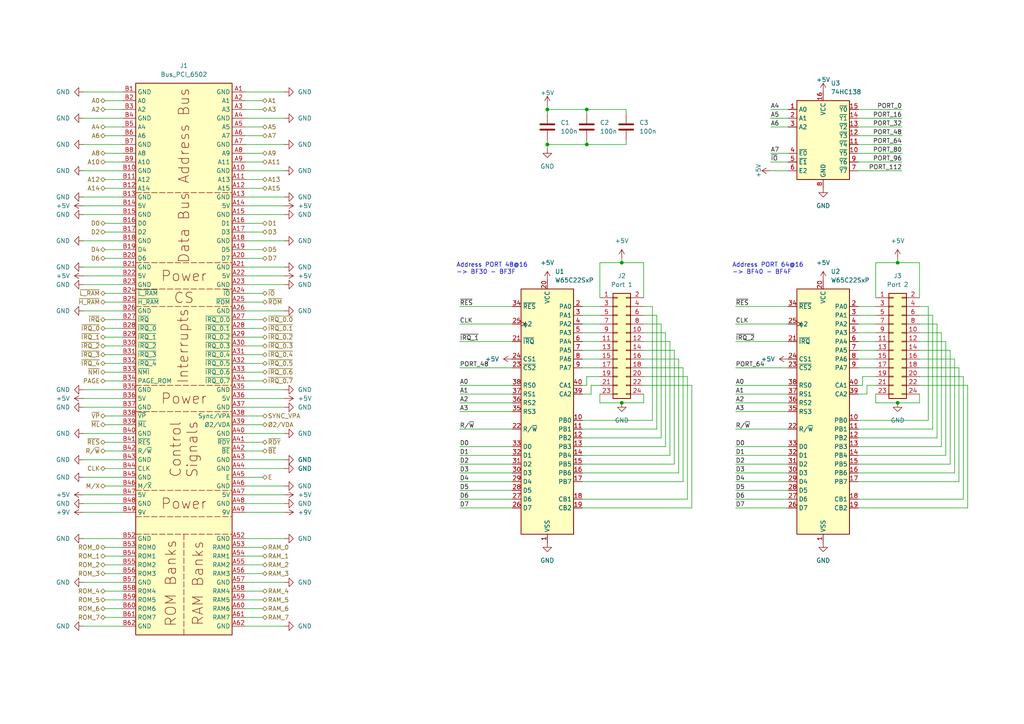
<source format=kicad_sch>
(kicad_sch (version 20231120) (generator "eeschema") (generator_version "8.0")
  (paper "A4")
  (junction (at 158.75 41.91))
  (junction (at 170.18 31.75))
  (junction (at 260.35 116.84))
  (junction (at 158.75 31.75))
  (junction (at 170.18 41.91))
  (junction (at 260.35 76.2))
  (junction (at 180.34 76.2))
  (junction (at 180.34 116.84))
  (wire (pts (xy 279.4 109.22) (xy 266.7 109.22)))
  (wire (pts (xy 82.55 26.67) (xy 71.12 26.67)))
  (wire (pts (xy 82.55 80.01) (xy 71.12 80.01)))
  (wire (pts (xy 24.13 113.03) (xy 35.56 113.03)))
  (wire (pts (xy 76.2 92.71) (xy 71.12 92.71)))
  (wire (pts (xy 24.13 181.61) (xy 35.56 181.61)))
  (wire (pts (xy 76.2 171.45) (xy 71.12 171.45)))
  (wire (pts (xy 30.48 52.07) (xy 35.56 52.07)))
  (wire (pts (xy 158.75 40.64) (xy 158.75 41.91)))
  (wire (pts (xy 213.36 139.7) (xy 228.6 139.7)))
  (wire (pts (xy 193.04 96.52) (xy 186.69 96.52)))
  (wire (pts (xy 76.2 105.41) (xy 71.12 105.41)))
  (wire (pts (xy 30.48 110.49) (xy 35.56 110.49)))
  (wire (pts (xy 170.18 40.64) (xy 170.18 41.91)))
  (wire (pts (xy 181.61 31.75) (xy 170.18 31.75)))
  (wire (pts (xy 24.13 77.47) (xy 35.56 77.47)))
  (wire (pts (xy 223.52 34.29) (xy 228.6 34.29)))
  (wire (pts (xy 82.55 41.91) (xy 71.12 41.91)))
  (wire (pts (xy 223.52 44.45) (xy 228.6 44.45)))
  (wire (pts (xy 186.69 76.2) (xy 186.69 86.36)))
  (wire (pts (xy 82.55 34.29) (xy 71.12 34.29)))
  (wire (pts (xy 180.34 116.84) (xy 173.99 116.84)))
  (wire (pts (xy 82.55 113.03) (xy 71.12 113.03)))
  (wire (pts (xy 24.13 80.01) (xy 35.56 80.01)))
  (wire (pts (xy 180.34 116.84) (xy 186.69 116.84)))
  (wire (pts (xy 133.35 111.76) (xy 148.59 111.76)))
  (wire (pts (xy 30.48 97.79) (xy 35.56 97.79)))
  (wire (pts (xy 24.13 57.15) (xy 35.56 57.15)))
  (wire (pts (xy 251.46 111.76) (xy 251.46 114.3)))
  (wire (pts (xy 194.31 99.06) (xy 186.69 99.06)))
  (wire (pts (xy 190.5 124.46) (xy 190.5 91.44)))
  (wire (pts (xy 199.39 109.22) (xy 186.69 109.22)))
  (wire (pts (xy 30.48 95.25) (xy 35.56 95.25)))
  (wire (pts (xy 76.2 163.83) (xy 71.12 163.83)))
  (wire (pts (xy 213.36 88.9) (xy 228.6 88.9)))
  (wire (pts (xy 76.2 176.53) (xy 71.12 176.53)))
  (wire (pts (xy 269.24 88.9) (xy 266.7 88.9)))
  (wire (pts (xy 30.48 105.41) (xy 35.56 105.41)))
  (wire (pts (xy 30.48 102.87) (xy 35.56 102.87)))
  (wire (pts (xy 76.2 44.45) (xy 71.12 44.45)))
  (wire (pts (xy 213.36 106.68) (xy 228.6 106.68)))
  (wire (pts (xy 273.05 129.54) (xy 273.05 96.52)))
  (wire (pts (xy 24.13 49.53) (xy 35.56 49.53)))
  (wire (pts (xy 213.36 119.38) (xy 228.6 119.38)))
  (wire (pts (xy 170.18 31.75) (xy 158.75 31.75)))
  (wire (pts (xy 30.48 166.37) (xy 35.56 166.37)))
  (wire (pts (xy 196.85 137.16) (xy 196.85 104.14)))
  (wire (pts (xy 213.36 132.08) (xy 228.6 132.08)))
  (wire (pts (xy 76.2 46.99) (xy 71.12 46.99)))
  (wire (pts (xy 213.36 137.16) (xy 228.6 137.16)))
  (wire (pts (xy 24.13 133.35) (xy 35.56 133.35)))
  (wire (pts (xy 24.13 168.91) (xy 35.56 168.91)))
  (wire (pts (xy 133.35 114.3) (xy 148.59 114.3)))
  (wire (pts (xy 76.2 110.49) (xy 71.12 110.49)))
  (wire (pts (xy 133.35 88.9) (xy 148.59 88.9)))
  (wire (pts (xy 261.62 34.29) (xy 248.92 34.29)))
  (wire (pts (xy 181.61 41.91) (xy 170.18 41.91)))
  (wire (pts (xy 194.31 132.08) (xy 194.31 99.06)))
  (wire (pts (xy 76.2 173.99) (xy 71.12 173.99)))
  (wire (pts (xy 181.61 40.64) (xy 181.61 41.91)))
  (wire (pts (xy 133.35 137.16) (xy 148.59 137.16)))
  (wire (pts (xy 170.18 111.76) (xy 170.18 109.22)))
  (wire (pts (xy 82.55 156.21) (xy 71.12 156.21)))
  (wire (pts (xy 173.99 76.2) (xy 173.99 86.36)))
  (wire (pts (xy 24.13 90.17) (xy 35.56 90.17)))
  (wire (pts (xy 76.2 120.65) (xy 71.12 120.65)))
  (wire (pts (xy 30.48 140.97) (xy 35.56 140.97)))
  (wire (pts (xy 248.92 88.9) (xy 254 88.9)))
  (wire (pts (xy 82.55 148.59) (xy 71.12 148.59)))
  (wire (pts (xy 251.46 114.3) (xy 248.92 114.3)))
  (wire (pts (xy 180.34 74.93) (xy 180.34 76.2)))
  (wire (pts (xy 248.92 132.08) (xy 274.32 132.08)))
  (wire (pts (xy 271.78 127) (xy 271.78 93.98)))
  (wire (pts (xy 30.48 31.75) (xy 35.56 31.75)))
  (wire (pts (xy 168.91 127) (xy 191.77 127)))
  (wire (pts (xy 76.2 107.95) (xy 71.12 107.95)))
  (wire (pts (xy 24.13 148.59) (xy 35.56 148.59)))
  (wire (pts (xy 261.62 49.53) (xy 248.92 49.53)))
  (wire (pts (xy 24.13 26.67) (xy 35.56 26.67)))
  (wire (pts (xy 260.35 76.2) (xy 254 76.2)))
  (wire (pts (xy 133.35 93.98) (xy 148.59 93.98)))
  (wire (pts (xy 171.45 114.3) (xy 168.91 114.3)))
  (wire (pts (xy 133.35 116.84) (xy 148.59 116.84)))
  (wire (pts (xy 30.48 100.33) (xy 35.56 100.33)))
  (wire (pts (xy 24.13 125.73) (xy 35.56 125.73)))
  (wire (pts (xy 223.52 49.53) (xy 228.6 49.53)))
  (wire (pts (xy 248.92 96.52) (xy 254 96.52)))
  (wire (pts (xy 24.13 156.21) (xy 35.56 156.21)))
  (wire (pts (xy 271.78 93.98) (xy 266.7 93.98)))
  (wire (pts (xy 168.91 111.76) (xy 170.18 111.76)))
  (wire (pts (xy 254 111.76) (xy 251.46 111.76)))
  (wire (pts (xy 168.91 106.68) (xy 173.99 106.68)))
  (wire (pts (xy 30.48 179.07) (xy 35.56 179.07)))
  (wire (pts (xy 266.7 76.2) (xy 266.7 86.36)))
  (wire (pts (xy 266.7 116.84) (xy 266.7 114.3)))
  (wire (pts (xy 198.12 139.7) (xy 198.12 106.68)))
  (wire (pts (xy 76.2 74.93) (xy 71.12 74.93)))
  (wire (pts (xy 254 116.84) (xy 254 114.3)))
  (wire (pts (xy 213.36 111.76) (xy 228.6 111.76)))
  (wire (pts (xy 82.55 133.35) (xy 71.12 133.35)))
  (wire (pts (xy 270.51 91.44) (xy 266.7 91.44)))
  (wire (pts (xy 30.48 85.09) (xy 35.56 85.09)))
  (wire (pts (xy 30.48 120.65) (xy 35.56 120.65)))
  (wire (pts (xy 30.48 163.83) (xy 35.56 163.83)))
  (wire (pts (xy 24.13 146.05) (xy 35.56 146.05)))
  (wire (pts (xy 170.18 33.02) (xy 170.18 31.75)))
  (wire (pts (xy 30.48 173.99) (xy 35.56 173.99)))
  (wire (pts (xy 168.91 132.08) (xy 194.31 132.08)))
  (wire (pts (xy 248.92 127) (xy 271.78 127)))
  (wire (pts (xy 133.35 106.68) (xy 148.59 106.68)))
  (wire (pts (xy 213.36 93.98) (xy 228.6 93.98)))
  (wire (pts (xy 189.23 121.92) (xy 189.23 88.9)))
  (wire (pts (xy 24.13 59.69) (xy 35.56 59.69)))
  (wire (pts (xy 171.45 111.76) (xy 171.45 114.3)))
  (wire (pts (xy 76.2 95.25) (xy 71.12 95.25)))
  (wire (pts (xy 133.35 99.06) (xy 148.59 99.06)))
  (wire (pts (xy 213.36 116.84) (xy 228.6 116.84)))
  (wire (pts (xy 30.48 67.31) (xy 35.56 67.31)))
  (wire (pts (xy 213.36 99.06) (xy 228.6 99.06)))
  (wire (pts (xy 223.52 31.75) (xy 228.6 31.75)))
  (wire (pts (xy 274.32 132.08) (xy 274.32 99.06)))
  (wire (pts (xy 250.19 111.76) (xy 250.19 109.22)))
  (wire (pts (xy 280.67 147.32) (xy 280.67 111.76)))
  (wire (pts (xy 223.52 36.83) (xy 228.6 36.83)))
  (wire (pts (xy 82.55 59.69) (xy 71.12 59.69)))
  (wire (pts (xy 24.13 69.85) (xy 35.56 69.85)))
  (wire (pts (xy 30.48 36.83) (xy 35.56 36.83)))
  (wire (pts (xy 82.55 125.73) (xy 71.12 125.73)))
  (wire (pts (xy 278.13 139.7) (xy 278.13 106.68)))
  (wire (pts (xy 275.59 134.62) (xy 275.59 101.6)))
  (wire (pts (xy 76.2 179.07) (xy 71.12 179.07)))
  (wire (pts (xy 248.92 93.98) (xy 254 93.98)))
  (wire (pts (xy 191.77 127) (xy 191.77 93.98)))
  (wire (pts (xy 276.86 137.16) (xy 276.86 104.14)))
  (wire (pts (xy 82.55 90.17) (xy 71.12 90.17)))
  (wire (pts (xy 213.36 114.3) (xy 228.6 114.3)))
  (wire (pts (xy 168.91 93.98) (xy 173.99 93.98)))
  (wire (pts (xy 30.48 44.45) (xy 35.56 44.45)))
  (wire (pts (xy 168.91 134.62) (xy 195.58 134.62)))
  (wire (pts (xy 76.2 100.33) (xy 71.12 100.33)))
  (wire (pts (xy 248.92 134.62) (xy 275.59 134.62)))
  (wire (pts (xy 30.48 54.61) (xy 35.56 54.61)))
  (wire (pts (xy 213.36 129.54) (xy 228.6 129.54)))
  (wire (pts (xy 76.2 123.19) (xy 71.12 123.19)))
  (wire (pts (xy 133.35 142.24) (xy 148.59 142.24)))
  (wire (pts (xy 173.99 116.84) (xy 173.99 114.3)))
  (wire (pts (xy 82.55 181.61) (xy 71.12 181.61)))
  (wire (pts (xy 133.35 139.7) (xy 148.59 139.7)))
  (wire (pts (xy 30.48 161.29) (xy 35.56 161.29)))
  (wire (pts (xy 30.48 171.45) (xy 35.56 171.45)))
  (wire (pts (xy 30.48 130.81) (xy 35.56 130.81)))
  (wire (pts (xy 200.66 147.32) (xy 200.66 111.76)))
  (wire (pts (xy 158.75 41.91) (xy 158.75 43.18)))
  (wire (pts (xy 76.2 54.61) (xy 71.12 54.61)))
  (wire (pts (xy 24.13 41.91) (xy 35.56 41.91)))
  (wire (pts (xy 248.92 99.06) (xy 254 99.06)))
  (wire (pts (xy 82.55 135.89) (xy 71.12 135.89)))
  (wire (pts (xy 261.62 36.83) (xy 248.92 36.83)))
  (wire (pts (xy 248.92 106.68) (xy 254 106.68)))
  (wire (pts (xy 168.91 129.54) (xy 193.04 129.54)))
  (wire (pts (xy 168.91 88.9) (xy 173.99 88.9)))
  (wire (pts (xy 24.13 115.57) (xy 35.56 115.57)))
  (wire (pts (xy 189.23 88.9) (xy 186.69 88.9)))
  (wire (pts (xy 168.91 99.06) (xy 173.99 99.06)))
  (wire (pts (xy 248.92 101.6) (xy 254 101.6)))
  (wire (pts (xy 199.39 144.78) (xy 199.39 109.22)))
  (wire (pts (xy 133.35 144.78) (xy 148.59 144.78)))
  (wire (pts (xy 261.62 39.37) (xy 248.92 39.37)))
  (wire (pts (xy 30.48 46.99) (xy 35.56 46.99)))
  (wire (pts (xy 158.75 30.48) (xy 158.75 31.75)))
  (wire (pts (xy 181.61 33.02) (xy 181.61 31.75)))
  (wire (pts (xy 76.2 138.43) (xy 71.12 138.43)))
  (wire (pts (xy 196.85 104.14) (xy 186.69 104.14)))
  (wire (pts (xy 76.2 85.09) (xy 71.12 85.09)))
  (wire (pts (xy 82.55 115.57) (xy 71.12 115.57)))
  (wire (pts (xy 248.92 144.78) (xy 279.4 144.78)))
  (wire (pts (xy 133.35 119.38) (xy 148.59 119.38)))
  (wire (pts (xy 76.2 161.29) (xy 71.12 161.29)))
  (wire (pts (xy 30.48 128.27) (xy 35.56 128.27)))
  (wire (pts (xy 260.35 116.84) (xy 254 116.84)))
  (wire (pts (xy 30.48 158.75) (xy 35.56 158.75)))
  (wire (pts (xy 275.59 101.6) (xy 266.7 101.6)))
  (wire (pts (xy 269.24 121.92) (xy 269.24 88.9)))
  (wire (pts (xy 76.2 87.63) (xy 71.12 87.63)))
  (wire (pts (xy 24.13 138.43) (xy 35.56 138.43)))
  (wire (pts (xy 261.62 31.75) (xy 248.92 31.75)))
  (wire (pts (xy 82.55 168.91) (xy 71.12 168.91)))
  (wire (pts (xy 24.13 34.29) (xy 35.56 34.29)))
  (wire (pts (xy 82.55 140.97) (xy 71.12 140.97)))
  (wire (pts (xy 30.48 74.93) (xy 35.56 74.93)))
  (wire (pts (xy 133.35 129.54) (xy 148.59 129.54)))
  (wire (pts (xy 82.55 146.05) (xy 71.12 146.05)))
  (wire (pts (xy 279.4 144.78) (xy 279.4 109.22)))
  (wire (pts (xy 248.92 129.54) (xy 273.05 129.54)))
  (wire (pts (xy 76.2 97.79) (xy 71.12 97.79)))
  (wire (pts (xy 24.13 118.11) (xy 35.56 118.11)))
  (wire (pts (xy 30.48 64.77) (xy 35.56 64.77)))
  (wire (pts (xy 213.36 144.78) (xy 228.6 144.78)))
  (wire (pts (xy 278.13 106.68) (xy 266.7 106.68)))
  (wire (pts (xy 168.91 104.14) (xy 173.99 104.14)))
  (wire (pts (xy 254 76.2) (xy 254 86.36)))
  (wire (pts (xy 273.05 96.52) (xy 266.7 96.52)))
  (wire (pts (xy 30.48 29.21) (xy 35.56 29.21)))
  (wire (pts (xy 76.2 29.21) (xy 71.12 29.21)))
  (wire (pts (xy 30.48 123.19) (xy 35.56 123.19)))
  (wire (pts (xy 82.55 77.47) (xy 71.12 77.47)))
  (wire (pts (xy 76.2 130.81) (xy 71.12 130.81)))
  (wire (pts (xy 168.91 121.92) (xy 189.23 121.92)))
  (wire (pts (xy 158.75 31.75) (xy 158.75 33.02)))
  (wire (pts (xy 24.13 82.55) (xy 35.56 82.55)))
  (wire (pts (xy 180.34 76.2) (xy 186.69 76.2)))
  (wire (pts (xy 30.48 135.89) (xy 35.56 135.89)))
  (wire (pts (xy 30.48 176.53) (xy 35.56 176.53)))
  (wire (pts (xy 76.2 64.77) (xy 71.12 64.77)))
  (wire (pts (xy 248.92 124.46) (xy 270.51 124.46)))
  (wire (pts (xy 76.2 158.75) (xy 71.12 158.75)))
  (wire (pts (xy 260.35 116.84) (xy 266.7 116.84)))
  (wire (pts (xy 198.12 106.68) (xy 186.69 106.68)))
  (wire (pts (xy 168.91 144.78) (xy 199.39 144.78)))
  (wire (pts (xy 261.62 44.45) (xy 248.92 44.45)))
  (wire (pts (xy 248.92 139.7) (xy 278.13 139.7)))
  (wire (pts (xy 24.13 62.23) (xy 35.56 62.23)))
  (wire (pts (xy 76.2 72.39) (xy 71.12 72.39)))
  (wire (pts (xy 76.2 67.31) (xy 71.12 67.31)))
  (wire (pts (xy 76.2 166.37) (xy 71.12 166.37)))
  (wire (pts (xy 82.55 143.51) (xy 71.12 143.51)))
  (wire (pts (xy 82.55 82.55) (xy 71.12 82.55)))
  (wire (pts (xy 223.52 46.99) (xy 228.6 46.99)))
  (wire (pts (xy 213.36 124.46) (xy 228.6 124.46)))
  (wire (pts (xy 82.55 62.23) (xy 71.12 62.23)))
  (wire (pts (xy 248.92 137.16) (xy 276.86 137.16)))
  (wire (pts (xy 30.48 107.95) (xy 35.56 107.95)))
  (wire (pts (xy 30.48 39.37) (xy 35.56 39.37)))
  (wire (pts (xy 190.5 91.44) (xy 186.69 91.44)))
  (wire (pts (xy 24.13 143.51) (xy 35.56 143.51)))
  (wire (pts (xy 133.35 147.32) (xy 148.59 147.32)))
  (wire (pts (xy 76.2 128.27) (xy 71.12 128.27)))
  (wire (pts (xy 76.2 102.87) (xy 71.12 102.87)))
  (wire (pts (xy 250.19 109.22) (xy 254 109.22)))
  (wire (pts (xy 195.58 134.62) (xy 195.58 101.6)))
  (wire (pts (xy 30.48 87.63) (xy 35.56 87.63)))
  (wire (pts (xy 280.67 111.76) (xy 266.7 111.76)))
  (wire (pts (xy 168.91 96.52) (xy 173.99 96.52)))
  (wire (pts (xy 248.92 121.92) (xy 269.24 121.92)))
  (wire (pts (xy 180.34 76.2) (xy 173.99 76.2)))
  (wire (pts (xy 173.99 111.76) (xy 171.45 111.76)))
  (wire (pts (xy 213.36 134.62) (xy 228.6 134.62)))
  (wire (pts (xy 82.55 69.85) (xy 71.12 69.85)))
  (wire (pts (xy 133.35 134.62) (xy 148.59 134.62)))
  (wire (pts (xy 76.2 39.37) (xy 71.12 39.37)))
  (wire (pts (xy 261.62 46.99) (xy 248.92 46.99)))
  (wire (pts (xy 193.04 129.54) (xy 193.04 96.52)))
  (wire (pts (xy 76.2 52.07) (xy 71.12 52.07)))
  (wire (pts (xy 168.91 124.46) (xy 190.5 124.46)))
  (wire (pts (xy 168.91 147.32) (xy 200.66 147.32)))
  (wire (pts (xy 168.91 137.16) (xy 196.85 137.16)))
  (wire (pts (xy 213.36 142.24) (xy 228.6 142.24)))
  (wire (pts (xy 248.92 147.32) (xy 280.67 147.32)))
  (wire (pts (xy 261.62 41.91) (xy 248.92 41.91)))
  (wire (pts (xy 170.18 41.91) (xy 158.75 41.91)))
  (wire (pts (xy 186.69 116.84) (xy 186.69 114.3)))
  (wire (pts (xy 170.18 109.22) (xy 173.99 109.22)))
  (wire (pts (xy 82.55 118.11) (xy 71.12 118.11)))
  (wire (pts (xy 30.48 92.71) (xy 35.56 92.71)))
  (wire (pts (xy 248.92 104.14) (xy 254 104.14)))
  (wire (pts (xy 168.91 139.7) (xy 198.12 139.7)))
  (wire (pts (xy 274.32 99.06) (xy 266.7 99.06)))
  (wire (pts (xy 82.55 57.15) (xy 71.12 57.15)))
  (wire (pts (xy 168.91 91.44) (xy 173.99 91.44)))
  (wire (pts (xy 260.35 74.93) (xy 260.35 76.2)))
  (wire (pts (xy 133.35 124.46) (xy 148.59 124.46)))
  (wire (pts (xy 270.51 124.46) (xy 270.51 91.44)))
  (wire (pts (xy 276.86 104.14) (xy 266.7 104.14)))
  (wire (pts (xy 195.58 101.6) (xy 186.69 101.6)))
  (wire (pts (xy 82.55 49.53) (xy 71.12 49.53)))
  (wire (pts (xy 133.35 132.08) (xy 148.59 132.08)))
  (wire (pts (xy 76.2 31.75) (xy 71.12 31.75)))
  (wire (pts (xy 191.77 93.98) (xy 186.69 93.98)))
  (wire (pts (xy 30.48 72.39) (xy 35.56 72.39)))
  (wire (pts (xy 213.36 147.32) (xy 228.6 147.32)))
  (wire (pts (xy 76.2 36.83) (xy 71.12 36.83)))
  (wire (pts (xy 260.35 76.2) (xy 266.7 76.2)))
  (wire (pts (xy 248.92 111.76) (xy 250.19 111.76)))
  (wire (pts (xy 168.91 101.6) (xy 173.99 101.6)))
  (wire (pts (xy 248.92 91.44) (xy 254 91.44)))
  (wire (pts (xy 200.66 111.76) (xy 186.69 111.76)))
  (text "Address PORT 64@16 \n-> BF40 - BF4F" (at 212.344 77.978 0) (effects (font (size 1.27 1.27)) (justify left)))
  (text "Address PORT 48@16 \n-> BF30 - BF3F" (at 132.334 77.978 0) (effects (font (size 1.27 1.27)) (justify left)))
  (label "R{slash}~{W}" (at 133.35 124.46 0))
  (label "D0" (at 213.36 129.54 0))
  (label "~{IRQ_2}" (at 213.36 99.06 0))
  (label "CLK" (at 213.36 93.98 0))
  (label "A0" (at 133.35 111.76 0))
  (label "A2" (at 213.36 116.84 0))
  (label "D3" (at 133.35 137.16 0))
  (label "PORT_32" (at 261.62 36.83 180))
  (label "R{slash}~{W}" (at 213.36 124.46 0))
  (label "D5" (at 213.36 142.24 0))
  (label "PORT_80" (at 261.62 44.45 180))
  (label "D5" (at 133.35 142.24 0))
  (label "A5" (at 223.52 34.29 0))
  (label "A6" (at 223.52 36.83 0))
  (label "~{RES}" (at 213.36 88.9 0))
  (label "A4" (at 223.52 31.75 0))
  (label "A0" (at 213.36 111.76 0))
  (label "A2" (at 133.35 116.84 0))
  (label "D6" (at 133.35 144.78 0))
  (label "PORT_48" (at 261.62 39.37 180))
  (label "PORT_0" (at 261.62 31.75 180))
  (label "D7" (at 133.35 147.32 0))
  (label "D4" (at 133.35 139.7 0))
  (label "CLK" (at 133.35 93.98 0))
  (label "~{IRQ_1}" (at 133.35 99.06 0))
  (label "D1" (at 133.35 132.08 0))
  (label "D0" (at 133.35 129.54 0))
  (label "A1" (at 213.36 114.3 0))
  (label "A7" (at 223.52 44.45 0))
  (label "PORT_48" (at 133.35 106.68 0))
  (label "~{IO}" (at 223.52 46.99 0))
  (label "PORT_16" (at 261.62 34.29 180))
  (label "PORT_64" (at 261.62 41.91 180))
  (label "PORT_96" (at 261.62 46.99 180))
  (label "A3" (at 213.36 119.38 0))
  (label "A1" (at 133.35 114.3 0))
  (label "A3" (at 133.35 119.38 0))
  (label "~{RES}" (at 133.35 88.9 0))
  (label "D6" (at 213.36 144.78 0))
  (label "D4" (at 213.36 139.7 0))
  (label "D2" (at 133.35 134.62 0))
  (label "D2" (at 213.36 134.62 0))
  (label "D3" (at 213.36 137.16 0))
  (label "PORT_64" (at 213.36 106.68 0))
  (label "D7" (at 213.36 147.32 0))
  (label "PORT_112" (at 261.62 49.53 180))
  (label "D1" (at 213.36 132.08 0))
  (hierarchical_label "PAGE" (shape bidirectional) (at 30.48 110.49 180))
  (hierarchical_label "ROM_6" (shape bidirectional) (at 30.48 176.53 180))
  (hierarchical_label "~{IRQ}" (shape bidirectional) (at 30.48 92.71 180))
  (hierarchical_label "SYNC_VPA" (shape bidirectional) (at 76.2 120.65 0))
  (hierarchical_label "D1" (shape bidirectional) (at 76.2 64.77 0))
  (hierarchical_label "RAM_5" (shape bidirectional) (at 76.2 173.99 0))
  (hierarchical_label "~{IRQ_4}" (shape bidirectional) (at 30.48 105.41 180))
  (hierarchical_label "A9" (shape bidirectional) (at 76.2 44.45 0))
  (hierarchical_label "ROM_5" (shape bidirectional) (at 30.48 173.99 180))
  (hierarchical_label "~{IRQ_0.2}" (shape bidirectional) (at 76.2 97.79 0))
  (hierarchical_label "D7" (shape bidirectional) (at 76.2 74.93 0))
  (hierarchical_label "A10" (shape bidirectional) (at 30.48 46.99 180))
  (hierarchical_label "ROM_7" (shape bidirectional) (at 30.48 179.07 180))
  (hierarchical_label "A5" (shape bidirectional) (at 76.2 36.83 0))
  (hierarchical_label "~{NMI}" (shape bidirectional) (at 30.48 107.95 180))
  (hierarchical_label "~{IRQ_3}" (shape bidirectional) (at 30.48 102.87 180))
  (hierarchical_label "A6" (shape bidirectional) (at 30.48 39.37 180))
  (hierarchical_label "A14" (shape bidirectional) (at 30.48 54.61 180))
  (hierarchical_label "D3" (shape bidirectional) (at 76.2 67.31 0))
  (hierarchical_label "A4" (shape bidirectional) (at 30.48 36.83 180))
  (hierarchical_label "A15" (shape bidirectional) (at 76.2 54.61 0))
  (hierarchical_label "D6" (shape bidirectional) (at 30.48 74.93 180))
  (hierarchical_label "E" (shape bidirectional) (at 76.2 138.43 0))
  (hierarchical_label "RAM_2" (shape bidirectional) (at 76.2 163.83 0))
  (hierarchical_label "~{VP}" (shape bidirectional) (at 30.48 120.65 180))
  (hierarchical_label "ROM_1" (shape bidirectional) (at 30.48 161.29 180))
  (hierarchical_label "~{RES}" (shape bidirectional) (at 30.48 128.27 180))
  (hierarchical_label "~{H_RAM}" (shape bidirectional) (at 30.48 87.63 180))
  (hierarchical_label "~{IRQ_0.3}" (shape bidirectional) (at 76.2 100.33 0))
  (hierarchical_label "A3" (shape bidirectional) (at 76.2 31.75 0))
  (hierarchical_label "M{slash}X" (shape bidirectional) (at 30.48 140.97 180))
  (hierarchical_label "A11" (shape bidirectional) (at 76.2 46.99 0))
  (hierarchical_label "RAM_6" (shape bidirectional) (at 76.2 176.53 0))
  (hierarchical_label "A8" (shape bidirectional) (at 30.48 44.45 180))
  (hierarchical_label "~{IRQ_0}" (shape bidirectional) (at 30.48 95.25 180))
  (hierarchical_label "R{slash}~{W}" (shape bidirectional) (at 30.48 130.81 180))
  (hierarchical_label "~{IRQ_0.1}" (shape bidirectional) (at 76.2 95.25 0))
  (hierarchical_label "RAM_7" (shape bidirectional) (at 76.2 179.07 0))
  (hierarchical_label "CLK" (shape bidirectional) (at 30.48 135.89 180))
  (hierarchical_label "A2" (shape bidirectional) (at 30.48 31.75 180))
  (hierarchical_label "D4" (shape bidirectional) (at 30.48 72.39 180))
  (hierarchical_label "A0" (shape bidirectional) (at 30.48 29.21 180))
  (hierarchical_label "~{ROM}" (shape bidirectional) (at 76.2 87.63 0))
  (hierarchical_label "~{IRQ_0.7}" (shape bidirectional) (at 76.2 110.49 0))
  (hierarchical_label "RAM_0" (shape bidirectional) (at 76.2 158.75 0))
  (hierarchical_label "ROM_2" (shape bidirectional) (at 30.48 163.83 180))
  (hierarchical_label "~{IRQ_0.6}" (shape bidirectional) (at 76.2 107.95 0))
  (hierarchical_label "A12" (shape bidirectional) (at 30.48 52.07 180))
  (hierarchical_label "ROM_4" (shape bidirectional) (at 30.48 171.45 180))
  (hierarchical_label "D5" (shape bidirectional) (at 76.2 72.39 0))
  (hierarchical_label "A1" (shape bidirectional) (at 76.2 29.21 0))
  (hierarchical_label "RAM_4" (shape bidirectional) (at 76.2 171.45 0))
  (hierarchical_label "~{IO}" (shape bidirectional) (at 76.2 85.09 0))
  (hierarchical_label "D2" (shape bidirectional) (at 30.48 67.31 180))
  (hierarchical_label "D0" (shape bidirectional) (at 30.48 64.77 180))
  (hierarchical_label "~{IRQ_0.5}" (shape bidirectional) (at 76.2 105.41 0))
  (hierarchical_label "RAM_3" (shape bidirectional) (at 76.2 166.37 0))
  (hierarchical_label "~{RDY}" (shape bidirectional) (at 76.2 128.27 0))
  (hierarchical_label "~{IRQ_0.4}" (shape bidirectional) (at 76.2 102.87 0))
  (hierarchical_label "ROM_0" (shape bidirectional) (at 30.48 158.75 180))
  (hierarchical_label "A13" (shape bidirectional) (at 76.2 52.07 0))
  (hierarchical_label "RAM_1" (shape bidirectional) (at 76.2 161.29 0))
  (hierarchical_label "A7" (shape bidirectional) (at 76.2 39.37 0))
  (hierarchical_label "~{BE}" (shape bidirectional) (at 76.2 130.81 0))
  (hierarchical_label "ROM_3" (shape bidirectional) (at 30.48 166.37 180))
  (hierarchical_label "~{IRQ_1}" (shape bidirectional) (at 30.48 97.79 180))
  (hierarchical_label "~{ML}" (shape bidirectional) (at 30.48 123.19 180))
  (hierarchical_label "~{L_RAM}" (shape bidirectional) (at 30.48 85.09 180))
  (hierarchical_label "~{IRQ_2}" (shape bidirectional) (at 30.48 100.33 180))
  (hierarchical_label "Ø2{slash}VDA" (shape bidirectional) (at 76.2 123.19 0))
  (hierarchical_label "~{IRQ_0.0}" (shape bidirectional) (at 76.2 92.71 0))
  (symbol (lib_id "6502:Bus_PCI_6502") (at 53.34 102.87 0) (unit 1)
    (property "Reference" "J1" (at 53.34 19.05 0))
    (property "Value" "Bus_PCI_6502" (at 53.34 21.59 0))
    (property "Footprint" "Connector_PCBEdge:BUS_PCI" (effects (hide yes)))
    (property "Datasheet" "http://pinouts.ru/Slots/PCI_pinout.shtml" (effects (hide yes)))
    (property "Description" "PCI bus connector for 5V cards" (effects (hide yes)))
  )
  (symbol (lib_id "power:+5V") (at 24.13 80.01 90) (unit 1)
    (property "Reference" "#PWR010" (effects (hide yes)))
    (property "Value" "+5V" (at 20.32 80.0099 90) (effects (justify left)))
    (property "Description" "Power symbol creates a global label with name \"+5V\"" (effects (hide yes)))
  )
  (symbol (lib_id "power:GND") (at 24.13 156.21 270) (unit 1)
    (property "Reference" "#PWR022" (effects (hide yes)))
    (property "Value" "GND" (at 20.32 156.2099 90) (effects (justify right)))
    (property "Description" "Power symbol creates a global label with name \"GND\" , ground" (effects (hide yes)))
  )
  (symbol (lib_id "power:GND") (at 24.13 69.85 270) (unit 1)
    (property "Reference" "#PWR08" (effects (hide yes)))
    (property "Value" "GND" (at 20.32 69.8499 90) (effects (justify right)))
    (property "Description" "Power symbol creates a global label with name \"GND\" , ground" (effects (hide yes)))
  )
  (symbol (lib_id "power:GND") (at 82.55 181.61 90) (unit 1)
    (property "Reference" "#PWR049" (effects (hide yes)))
    (property "Value" "GND" (at 86.36 181.6101 90) (effects (justify right)))
    (property "Description" "Power symbol creates a global label with name \"GND\" , ground" (effects (hide yes)))
  )
  (symbol (lib_id "Device:C") (at 158.75 36.83 0) (unit 1)
    (property "Reference" "C1" (at 162.56 35.5599 0) (effects (justify left)))
    (property "Value" "100n" (at 162.56 38.0999 0) (effects (justify left)))
    (property "Footprint" "Capacitor_SMD:C_0805_2012Metric" (effects (hide yes)))
    (property "Description" "Unpolarized capacitor" (effects (hide yes)))
  )
  (symbol (lib_id "power:GND") (at 238.76 157.48 0) (unit 1)
    (property "Reference" "#PWR059" (effects (hide yes)))
    (property "Value" "GND" (at 238.76 162.56 0))
    (property "Description" "Power symbol creates a global label with name \"GND\" , ground" (effects (hide yes)))
  )
  (symbol (lib_id "power:GND") (at 24.13 26.67 270) (unit 1)
    (property "Reference" "#PWR01" (effects (hide yes)))
    (property "Value" "GND" (at 20.32 26.6699 90) (effects (justify right)))
    (property "Description" "Power symbol creates a global label with name \"GND\" , ground" (effects (hide yes)))
  )
  (symbol (lib_id "power:GND") (at 24.13 62.23 270) (unit 1)
    (property "Reference" "#PWR07" (effects (hide yes)))
    (property "Value" "GND" (at 20.32 62.2299 90) (effects (justify right)))
    (property "Description" "Power symbol creates a global label with name \"GND\" , ground" (effects (hide yes)))
  )
  (symbol (lib_id "power:GND") (at 238.76 54.61 0) (mirror y) (unit 1)
    (property "Reference" "#PWR065" (effects (hide yes)))
    (property "Value" "GND" (at 238.76 59.69 0))
    (property "Description" "Power symbol creates a global label with name \"GND\" , ground" (effects (hide yes)))
  )
  (symbol (lib_id "power:GND") (at 82.55 113.03 90) (mirror x) (unit 1)
    (property "Reference" "#PWR037" (effects (hide yes)))
    (property "Value" "GND" (at 86.36 113.0299 90) (effects (justify right)))
    (property "Description" "Power symbol creates a global label with name \"GND\" , ground" (effects (hide yes)))
  )
  (symbol (lib_id "power:+5V") (at 238.76 26.67 0) (mirror y) (unit 1)
    (property "Reference" "#PWR064" (effects (hide yes)))
    (property "Value" "+5V" (at 238.76 23.114 0))
    (property "Description" "Power symbol creates a global label with name \"+5V\"" (effects (hide yes)))
  )
  (symbol (lib_id "power:+5V") (at 238.76 81.28 0) (unit 1)
    (property "Reference" "#PWR058" (effects (hide yes)))
    (property "Value" "+5V" (at 238.76 76.2 0))
    (property "Description" "Power symbol creates a global label with name \"+5V\"" (effects (hide yes)))
  )
  (symbol (lib_id "power:+5V") (at 223.52 49.53 90) (mirror x) (unit 1)
    (property "Reference" "#PWR066" (effects (hide yes)))
    (property "Value" "+5V" (at 219.964 49.53 0))
    (property "Description" "Power symbol creates a global label with name \"+5V\"" (effects (hide yes)))
  )
  (symbol (lib_id "power:GND") (at 24.13 82.55 270) (unit 1)
    (property "Reference" "#PWR011" (effects (hide yes)))
    (property "Value" "GND" (at 20.32 82.5499 90) (effects (justify right)))
    (property "Description" "Power symbol creates a global label with name \"GND\" , ground" (effects (hide yes)))
  )
  (symbol (lib_id "power:GND") (at 24.13 57.15 270) (unit 1)
    (property "Reference" "#PWR05" (effects (hide yes)))
    (property "Value" "GND" (at 20.32 57.1499 90) (effects (justify right)))
    (property "Description" "Power symbol creates a global label with name \"GND\" , ground" (effects (hide yes)))
  )
  (symbol (lib_id "power:GND") (at 82.55 34.29 90) (mirror x) (unit 1)
    (property "Reference" "#PWR026" (effects (hide yes)))
    (property "Value" "GND" (at 86.36 34.2899 90) (effects (justify right)))
    (property "Description" "Power symbol creates a global label with name \"GND\" , ground" (effects (hide yes)))
  )
  (symbol (lib_id "power:GND") (at 82.55 77.47 90) (mirror x) (unit 1)
    (property "Reference" "#PWR033" (effects (hide yes)))
    (property "Value" "GND" (at 86.36 77.4699 90) (effects (justify right)))
    (property "Description" "Power symbol creates a global label with name \"GND\" , ground" (effects (hide yes)))
  )
  (symbol (lib_id "power:GND") (at 260.35 116.84 0) (unit 1)
    (property "Reference" "#PWR056" (effects (hide yes)))
    (property "Value" "GND" (at 260.35 121.92 0))
    (property "Description" "Power symbol creates a global label with name \"GND\" , ground" (effects (hide yes)))
  )
  (symbol (lib_id "power:GND") (at 82.55 168.91 90) (unit 1)
    (property "Reference" "#PWR048" (effects (hide yes)))
    (property "Value" "GND" (at 86.36 168.9101 90) (effects (justify right)))
    (property "Description" "Power symbol creates a global label with name \"GND\" , ground" (effects (hide yes)))
  )
  (symbol (lib_id "power:+5V") (at 82.55 143.51 270) (mirror x) (unit 1)
    (property "Reference" "#PWR044" (effects (hide yes)))
    (property "Value" "+5V" (at 86.36 143.5099 90) (effects (justify left)))
    (property "Description" "Power symbol creates a global label with name \"+5V\"" (effects (hide yes)))
  )
  (symbol (lib_id "power:+5V") (at 24.13 143.51 90) (unit 1)
    (property "Reference" "#PWR019" (effects (hide yes)))
    (property "Value" "+5V" (at 20.32 143.5099 90) (effects (justify left)))
    (property "Description" "Power symbol creates a global label with name \"+5V\"" (effects (hide yes)))
  )
  (symbol (lib_id "power:GND") (at 24.13 90.17 270) (unit 1)
    (property "Reference" "#PWR012" (effects (hide yes)))
    (property "Value" "GND" (at 20.32 90.1699 90) (effects (justify right)))
    (property "Description" "Power symbol creates a global label with name \"GND\" , ground" (effects (hide yes)))
  )
  (symbol (lib_id "power:+5V") (at 148.59 104.14 90) (unit 1)
    (property "Reference" "#PWR050" (effects (hide yes)))
    (property "Value" "+5V" (at 144.78 104.1399 90) (effects (justify left)))
    (property "Description" "Power symbol creates a global label with name \"+5V\"" (effects (hide yes)))
  )
  (symbol (lib_id "Device:C") (at 181.61 36.83 0) (unit 1)
    (property "Reference" "C3" (at 185.42 35.5599 0) (effects (justify left)))
    (property "Value" "100n" (at 185.42 38.0999 0) (effects (justify left)))
    (property "Footprint" "Capacitor_SMD:C_0805_2012Metric" (effects (hide yes)))
    (property "Description" "Unpolarized capacitor" (effects (hide yes)))
  )
  (symbol (lib_id "power:GND") (at 24.13 168.91 270) (unit 1)
    (property "Reference" "#PWR023" (effects (hide yes)))
    (property "Value" "GND" (at 20.32 168.9099 90) (effects (justify right)))
    (property "Description" "Power symbol creates a global label with name \"GND\" , ground" (effects (hide yes)))
  )
  (symbol (lib_id "power:GND") (at 82.55 62.23 90) (mirror x) (unit 1)
    (property "Reference" "#PWR031" (effects (hide yes)))
    (property "Value" "GND" (at 86.36 62.2299 90) (effects (justify right)))
    (property "Description" "Power symbol creates a global label with name \"GND\" , ground" (effects (hide yes)))
  )
  (symbol (lib_id "power:GND") (at 24.13 181.61 270) (unit 1)
    (property "Reference" "#PWR024" (effects (hide yes)))
    (property "Value" "GND" (at 20.32 181.6099 90) (effects (justify right)))
    (property "Description" "Power symbol creates a global label with name \"GND\" , ground" (effects (hide yes)))
  )
  (symbol (lib_id "power:GND") (at 158.75 43.18 0) (mirror y) (unit 1)
    (property "Reference" "#PWR061" (effects (hide yes)))
    (property "Value" "GND" (at 158.75 48.26 0))
    (property "Description" "Power symbol creates a global label with name \"GND\" , ground" (effects (hide yes)))
  )
  (symbol (lib_id "power:GND") (at 24.13 146.05 270) (unit 1)
    (property "Reference" "#PWR020" (effects (hide yes)))
    (property "Value" "GND" (at 20.32 146.0499 90) (effects (justify right)))
    (property "Description" "Power symbol creates a global label with name \"GND\" , ground" (effects (hide yes)))
  )
  (symbol (lib_id "power:+5V") (at 180.34 74.93 0) (unit 1)
    (property "Reference" "#PWR053" (effects (hide yes)))
    (property "Value" "+5V" (at 180.34 69.85 0))
    (property "Description" "Power symbol creates a global label with name \"+5V\"" (effects (hide yes)))
  )
  (symbol (lib_id "power:GND") (at 24.13 138.43 270) (unit 1)
    (property "Reference" "#PWR018" (effects (hide yes)))
    (property "Value" "GND" (at 20.32 138.4299 90) (effects (justify right)))
    (property "Description" "Power symbol creates a global label with name \"GND\" , ground" (effects (hide yes)))
  )
  (symbol (lib_id "power:GND") (at 82.55 140.97 90) (mirror x) (unit 1)
    (property "Reference" "#PWR043" (effects (hide yes)))
    (property "Value" "GND" (at 86.36 140.9699 90) (effects (justify right)))
    (property "Description" "Power symbol creates a global label with name \"GND\" , ground" (effects (hide yes)))
  )
  (symbol (lib_id "power:+5V") (at 158.75 30.48 0) (mirror y) (unit 1)
    (property "Reference" "#PWR060" (effects (hide yes)))
    (property "Value" "+5V" (at 158.75 26.924 0))
    (property "Description" "Power symbol creates a global label with name \"+5V\"" (effects (hide yes)))
  )
  (symbol (lib_id "power:GND") (at 82.55 125.73 90) (mirror x) (unit 1)
    (property "Reference" "#PWR040" (effects (hide yes)))
    (property "Value" "GND" (at 86.36 125.7299 90) (effects (justify right)))
    (property "Description" "Power symbol creates a global label with name \"GND\" , ground" (effects (hide yes)))
  )
  (symbol (lib_id "power:GND") (at 180.34 116.84 0) (unit 1)
    (property "Reference" "#PWR054" (effects (hide yes)))
    (property "Value" "GND" (at 180.34 121.92 0))
    (property "Description" "Power symbol creates a global label with name \"GND\" , ground" (effects (hide yes)))
  )
  (symbol (lib_id "power:GND") (at 24.13 41.91 270) (unit 1)
    (property "Reference" "#PWR03" (effects (hide yes)))
    (property "Value" "GND" (at 20.32 41.9099 90) (effects (justify right)))
    (property "Description" "Power symbol creates a global label with name \"GND\" , ground" (effects (hide yes)))
  )
  (symbol (lib_id "power:GND") (at 24.13 113.03 270) (unit 1)
    (property "Reference" "#PWR013" (effects (hide yes)))
    (property "Value" "GND" (at 20.32 113.0299 90) (effects (justify right)))
    (property "Description" "Power symbol creates a global label with name \"GND\" , ground" (effects (hide yes)))
  )
  (symbol (lib_id "power:GND") (at 24.13 133.35 270) (unit 1)
    (property "Reference" "#PWR017" (effects (hide yes)))
    (property "Value" "GND" (at 20.32 133.3499 90) (effects (justify right)))
    (property "Description" "Power symbol creates a global label with name \"GND\" , ground" (effects (hide yes)))
  )
  (symbol (lib_id "power:GND") (at 82.55 146.05 90) (mirror x) (unit 1)
    (property "Reference" "#PWR045" (effects (hide yes)))
    (property "Value" "GND" (at 86.36 146.0499 90) (effects (justify right)))
    (property "Description" "Power symbol creates a global label with name \"GND\" , ground" (effects (hide yes)))
  )
  (symbol (lib_id "74xx:74HC138") (at 238.76 41.91 0) (unit 1)
    (property "Reference" "U3" (at 240.9541 24.13 0) (effects (justify left)))
    (property "Value" "74HC138" (at 240.9541 26.67 0) (effects (justify left)))
    (property "Footprint" "Package_DIP:DIP-16_W7.62mm_LongPads" (effects (hide yes)))
    (property "Datasheet" "http://www.ti.com/lit/ds/symlink/cd74hc238.pdf" (effects (hide yes)))
    (property "Description" "3-to-8 line decoder/multiplexer inverting, DIP-16/SOIC-16/SSOP-16" (effects (hide yes)))
  )
  (symbol (lib_id "power:+5V") (at 260.35 74.93 0) (unit 1)
    (property "Reference" "#PWR055" (effects (hide yes)))
    (property "Value" "+5V" (at 260.35 69.85 0))
    (property "Description" "Power symbol creates a global label with name \"+5V\"" (effects (hide yes)))
  )
  (symbol (lib_id "power:+9V") (at 24.13 148.59 90) (unit 1)
    (property "Reference" "#PWR021" (effects (hide yes)))
    (property "Value" "+9V" (at 20.32 148.5899 90) (effects (justify left)))
    (property "Description" "Power symbol creates a global label with name \"+9V\"" (effects (hide yes)))
  )
  (symbol (lib_id "power:GND") (at 24.13 34.29 270) (unit 1)
    (property "Reference" "#PWR02" (effects (hide yes)))
    (property "Value" "GND" (at 20.32 34.2899 90) (effects (justify right)))
    (property "Description" "Power symbol creates a global label with name \"GND\" , ground" (effects (hide yes)))
  )
  (symbol (lib_id "power:GND") (at 82.55 26.67 90) (mirror x) (unit 1)
    (property "Reference" "#PWR025" (effects (hide yes)))
    (property "Value" "GND" (at 86.36 26.6699 90) (effects (justify right)))
    (property "Description" "Power symbol creates a global label with name \"GND\" , ground" (effects (hide yes)))
  )
  (symbol (lib_id "Device:C") (at 170.18 36.83 0) (unit 1)
    (property "Reference" "C2" (at 173.99 35.5599 0) (effects (justify left)))
    (property "Value" "100n" (at 173.99 38.0999 0) (effects (justify left)))
    (property "Footprint" "Capacitor_SMD:C_0805_2012Metric" (effects (hide yes)))
    (property "Description" "Unpolarized capacitor" (effects (hide yes)))
  )
  (symbol (lib_id "power:GND") (at 24.13 125.73 270) (unit 1)
    (property "Reference" "#PWR016" (effects (hide yes)))
    (property "Value" "GND" (at 20.32 125.7299 90) (effects (justify right)))
    (property "Description" "Power symbol creates a global label with name \"GND\" , ground" (effects (hide yes)))
  )
  (symbol (lib_id "power:GND") (at 24.13 77.47 270) (unit 1)
    (property "Reference" "#PWR09" (effects (hide yes)))
    (property "Value" "GND" (at 20.32 77.4699 90) (effects (justify right)))
    (property "Description" "Power symbol creates a global label with name \"GND\" , ground" (effects (hide yes)))
  )
  (symbol (lib_id "power:GND") (at 82.55 156.21 90) (unit 1)
    (property "Reference" "#PWR047" (effects (hide yes)))
    (property "Value" "GND" (at 86.36 156.2101 90) (effects (justify right)))
    (property "Description" "Power symbol creates a global label with name \"GND\" , ground" (effects (hide yes)))
  )
  (symbol (lib_id "power:+5V") (at 24.13 59.69 90) (unit 1)
    (property "Reference" "#PWR06" (effects (hide yes)))
    (property "Value" "+5V" (at 20.32 59.6899 90) (effects (justify left)))
    (property "Description" "Power symbol creates a global label with name \"+5V\"" (effects (hide yes)))
  )
  (symbol (lib_id "power:GND") (at 158.75 157.48 0) (unit 1)
    (property "Reference" "#PWR052" (effects (hide yes)))
    (property "Value" "GND" (at 158.75 162.56 0))
    (property "Description" "Power symbol creates a global label with name \"GND\" , ground" (effects (hide yes)))
  )
  (symbol (lib_id "power:GND") (at 82.55 82.55 90) (mirror x) (unit 1)
    (property "Reference" "#PWR035" (effects (hide yes)))
    (property "Value" "GND" (at 86.36 82.5499 90) (effects (justify right)))
    (property "Description" "Power symbol creates a global label with name \"GND\" , ground" (effects (hide yes)))
  )
  (symbol (lib_id "power:GND") (at 82.55 49.53 90) (mirror x) (unit 1)
    (property "Reference" "#PWR028" (effects (hide yes)))
    (property "Value" "GND" (at 86.36 49.5299 90) (effects (justify right)))
    (property "Description" "Power symbol creates a global label with name \"GND\" , ground" (effects (hide yes)))
  )
  (symbol (lib_id "power:GND") (at 82.55 135.89 90) (mirror x) (unit 1)
    (property "Reference" "#PWR042" (effects (hide yes)))
    (property "Value" "GND" (at 86.36 135.8899 90) (effects (justify right)))
    (property "Description" "Power symbol creates a global label with name \"GND\" , ground" (effects (hide yes)))
  )
  (symbol (lib_id "power:GND") (at 82.55 41.91 90) (mirror x) (unit 1)
    (property "Reference" "#PWR027" (effects (hide yes)))
    (property "Value" "GND" (at 86.36 41.9099 90) (effects (justify right)))
    (property "Description" "Power symbol creates a global label with name \"GND\" , ground" (effects (hide yes)))
  )
  (symbol (lib_id "power:GND") (at 82.55 90.17 90) (mirror x) (unit 1)
    (property "Reference" "#PWR036" (effects (hide yes)))
    (property "Value" "GND" (at 86.36 90.1699 90) (effects (justify right)))
    (property "Description" "Power symbol creates a global label with name \"GND\" , ground" (effects (hide yes)))
  )
  (symbol (lib_id "Connector_Generic:Conn_02x12_Odd_Even") (at 259.08 99.06 0) (unit 1)
    (property "Reference" "J3" (at 260.35 80.01 0))
    (property "Value" "Port 2" (at 260.35 82.55 0))
    (property "Footprint" "Eigene:Pin_Header_2x12" (effects (hide yes)))
    (property "Description" "Generic connector, double row, 02x12, odd/even pin numbering scheme (row 1 odd numbers, row 2 even numbers), script generated (kicad-library-utils/schlib/autogen/connector/)" (effects (hide yes)))
  )
  (symbol (lib_id "6502:W65C22SxP") (at 238.76 119.38 0) (unit 1)
    (property "Reference" "U2" (at 240.9541 78.74 0) (effects (justify left)))
    (property "Value" "W65C22SxP" (at 240.9541 81.28 0) (effects (justify left)))
    (property "Footprint" "Package_DIP:DIP-40_W15.24mm" (effects (hide yes)))
    (property "Datasheet" "http://www.westerndesigncenter.com/wdc/documentation/w65c22.pdf" (effects (hide yes)))
    (property "Description" "CMOS Versatile Interface Adapter (VIA), 20-pin I/O, 2 Timer/Counters, DIP-40" (effects (hide yes)))
  )
  (symbol (lib_id "power:+9V") (at 82.55 148.59 270) (mirror x) (unit 1)
    (property "Reference" "#PWR046" (effects (hide yes)))
    (property "Value" "+9V" (at 86.36 148.5899 90) (effects (justify left)))
    (property "Description" "Power symbol creates a global label with name \"+9V\"" (effects (hide yes)))
  )
  (symbol (lib_id "power:GND") (at 82.55 57.15 90) (mirror x) (unit 1)
    (property "Reference" "#PWR029" (effects (hide yes)))
    (property "Value" "GND" (at 86.36 57.1499 90) (effects (justify right)))
    (property "Description" "Power symbol creates a global label with name \"GND\" , ground" (effects (hide yes)))
  )
  (symbol (lib_id "power:GND") (at 24.13 49.53 270) (unit 1)
    (property "Reference" "#PWR04" (effects (hide yes)))
    (property "Value" "GND" (at 20.32 49.5299 90) (effects (justify right)))
    (property "Description" "Power symbol creates a global label with name \"GND\" , ground" (effects (hide yes)))
  )
  (symbol (lib_id "Connector_Generic:Conn_02x12_Odd_Even") (at 179.07 99.06 0) (unit 1)
    (property "Reference" "J2" (at 180.34 80.01 0))
    (property "Value" "Port 1" (at 180.34 82.55 0))
    (property "Footprint" "Eigene:Pin_Header_2x12" (effects (hide yes)))
    (property "Description" "Generic connector, double row, 02x12, odd/even pin numbering scheme (row 1 odd numbers, row 2 even numbers), script generated (kicad-library-utils/schlib/autogen/connector/)" (effects (hide yes)))
  )
  (symbol (lib_id "power:GND") (at 82.55 118.11 90) (mirror x) (unit 1)
    (property "Reference" "#PWR039" (effects (hide yes)))
    (property "Value" "GND" (at 86.36 118.1099 90) (effects (justify right)))
    (property "Description" "Power symbol creates a global label with name \"GND\" , ground" (effects (hide yes)))
  )
  (symbol (lib_id "power:+5V") (at 228.6 104.14 90) (unit 1)
    (property "Reference" "#PWR057" (effects (hide yes)))
    (property "Value" "+5V" (at 224.79 104.1399 90) (effects (justify left)))
    (property "Description" "Power symbol creates a global label with name \"+5V\"" (effects (hide yes)))
  )
  (symbol (lib_id "power:+5V") (at 82.55 59.69 270) (mirror x) (unit 1)
    (property "Reference" "#PWR030" (effects (hide yes)))
    (property "Value" "+5V" (at 86.36 59.6899 90) (effects (justify left)))
    (property "Description" "Power symbol creates a global label with name \"+5V\"" (effects (hide yes)))
  )
  (symbol (lib_id "power:+5V") (at 158.75 81.28 0) (unit 1)
    (property "Reference" "#PWR051" (effects (hide yes)))
    (property "Value" "+5V" (at 158.75 76.2 0))
    (property "Description" "Power symbol creates a global label with name \"+5V\"" (effects (hide yes)))
  )
  (symbol (lib_id "power:+5V") (at 24.13 115.57 90) (unit 1)
    (property "Reference" "#PWR014" (effects (hide yes)))
    (property "Value" "+5V" (at 20.32 115.5699 90) (effects (justify left)))
    (property "Description" "Power symbol creates a global label with name \"+5V\"" (effects (hide yes)))
  )
  (symbol (lib_id "power:GND") (at 24.13 118.11 270) (unit 1)
    (property "Reference" "#PWR015" (effects (hide yes)))
    (property "Value" "GND" (at 20.32 118.1099 90) (effects (justify right)))
    (property "Description" "Power symbol creates a global label with name \"GND\" , ground" (effects (hide yes)))
  )
  (symbol (lib_id "power:+5V") (at 82.55 80.01 270) (mirror x) (unit 1)
    (property "Reference" "#PWR034" (effects (hide yes)))
    (property "Value" "+5V" (at 86.36 80.0099 90) (effects (justify left)))
    (property "Description" "Power symbol creates a global label with name \"+5V\"" (effects (hide yes)))
  )
  (symbol (lib_id "power:+5V") (at 82.55 115.57 270) (mirror x) (unit 1)
    (property "Reference" "#PWR038" (effects (hide yes)))
    (property "Value" "+5V" (at 86.36 115.5699 90) (effects (justify left)))
    (property "Description" "Power symbol creates a global label with name \"+5V\"" (effects (hide yes)))
  )
  (symbol (lib_id "6502:W65C22SxP") (at 158.75 119.38 0) (unit 1)
    (property "Reference" "U1" (at 160.9441 78.74 0) (effects (justify left)))
    (property "Value" "W65C22SxP" (at 160.9441 81.28 0) (effects (justify left)))
    (property "Footprint" "Package_DIP:DIP-40_W15.24mm" (effects (hide yes)))
    (property "Datasheet" "http://www.westerndesigncenter.com/wdc/documentation/w65c22.pdf" (effects (hide yes)))
    (property "Description" "CMOS Versatile Interface Adapter (VIA), 20-pin I/O, 2 Timer/Counters, DIP-40" (effects (hide yes)))
  )
  (symbol (lib_id "power:GND") (at 82.55 69.85 90) (mirror x) (unit 1)
    (property "Reference" "#PWR032" (effects (hide yes)))
    (property "Value" "GND" (at 86.36 69.8499 90) (effects (justify right)))
    (property "Description" "Power symbol creates a global label with name \"GND\" , ground" (effects (hide yes)))
  )
  (symbol (lib_id "power:GND") (at 82.55 133.35 90) (mirror x) (unit 1)
    (property "Reference" "#PWR041" (effects (hide yes)))
    (property "Value" "GND" (at 86.36 133.3499 90) (effects (justify right)))
    (property "Description" "Power symbol creates a global label with name \"GND\" , ground" (effects (hide yes)))
  )
)
</source>
